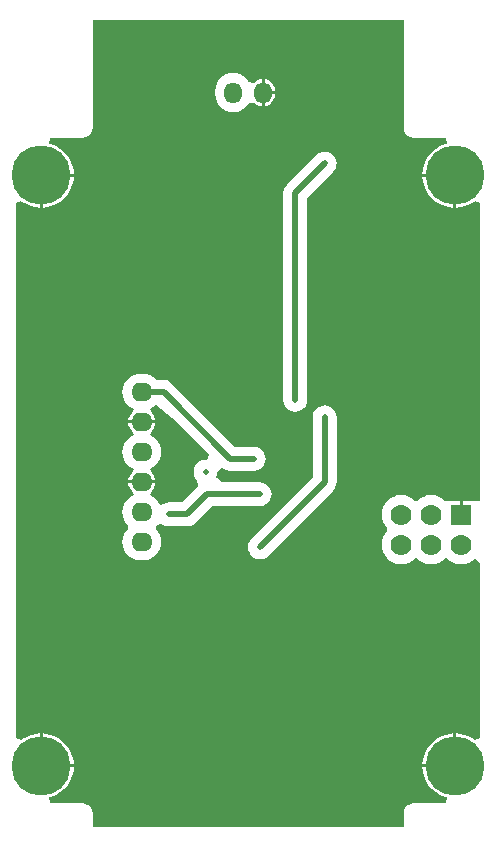
<source format=gbl>
%FSLAX25Y25*%
%MOIN*%
G70*
G01*
G75*
G04 Layer_Physical_Order=2*
G04 Layer_Color=16711680*
%ADD10R,0.20000X0.20000*%
%ADD11R,0.31200X0.31200*%
%ADD12R,0.03543X0.03150*%
%ADD13R,0.08268X0.05512*%
%ADD14R,0.02165X0.06693*%
%ADD15R,0.06693X0.02165*%
%ADD16C,0.01969*%
%ADD17O,0.07087X0.06299*%
%ADD18O,0.05906X0.07087*%
%ADD19C,0.19685*%
%ADD20C,0.07000*%
%ADD21R,0.07000X0.07000*%
%ADD22C,0.01969*%
G36*
X51842Y98425D02*
X51954Y97577D01*
X52281Y96787D01*
X52802Y96109D01*
X53480Y95588D01*
X54270Y95261D01*
X55118Y95149D01*
X66095D01*
X66326Y93194D01*
X65542Y93006D01*
X63967Y92354D01*
X62514Y91463D01*
X61218Y90356D01*
X60111Y89061D01*
X59221Y87608D01*
X58569Y86033D01*
X58171Y84376D01*
X58076Y83169D01*
X68898D01*
Y82677D01*
X69390D01*
Y71856D01*
X70597Y71951D01*
X72254Y72348D01*
X73828Y73001D01*
X75281Y73891D01*
X75645Y74202D01*
X77433Y73378D01*
Y-25949D01*
X75508D01*
Y-25949D01*
X71516D01*
Y-30433D01*
X70531D01*
Y-25949D01*
X66539D01*
Y-25949D01*
X65691Y-25949D01*
X65609Y-25848D01*
X64626Y-25042D01*
X63505Y-24443D01*
X62289Y-24074D01*
X61024Y-23949D01*
X59759Y-24074D01*
X58542Y-24443D01*
X57421Y-25042D01*
X56439Y-25848D01*
X55608D01*
X54626Y-25042D01*
X53505Y-24443D01*
X52289Y-24074D01*
X51024Y-23949D01*
X49759Y-24074D01*
X48542Y-24443D01*
X47421Y-25042D01*
X46439Y-25848D01*
X45632Y-26831D01*
X45033Y-27952D01*
X44664Y-29168D01*
X44540Y-30433D01*
X44664Y-31698D01*
X45033Y-32914D01*
X45632Y-34035D01*
X46439Y-35018D01*
Y-35848D01*
X45632Y-36831D01*
X45033Y-37952D01*
X44664Y-39168D01*
X44540Y-40433D01*
X44664Y-41698D01*
X45033Y-42914D01*
X45632Y-44035D01*
X46439Y-45018D01*
X47421Y-45824D01*
X48542Y-46424D01*
X49759Y-46793D01*
X51024Y-46917D01*
X52289Y-46793D01*
X53505Y-46424D01*
X54626Y-45824D01*
X55608Y-45018D01*
X56439D01*
X57421Y-45824D01*
X58542Y-46424D01*
X59759Y-46793D01*
X61024Y-46917D01*
X62289Y-46793D01*
X63505Y-46424D01*
X64626Y-45824D01*
X65609Y-45018D01*
X66439D01*
X67421Y-45824D01*
X68542Y-46424D01*
X69759Y-46793D01*
X71024Y-46917D01*
X72289Y-46793D01*
X73505Y-46424D01*
X74626Y-45824D01*
X75608Y-45018D01*
X77433Y-46515D01*
Y-104874D01*
X75645Y-105698D01*
X75281Y-105387D01*
X73828Y-104497D01*
X72254Y-103844D01*
X70597Y-103447D01*
X69390Y-103352D01*
Y-114173D01*
X68898D01*
Y-114665D01*
X58076D01*
X58171Y-115872D01*
X58569Y-117529D01*
X59221Y-119104D01*
X60111Y-120557D01*
X61218Y-121853D01*
X62514Y-122959D01*
X63967Y-123850D01*
X65542Y-124502D01*
X66326Y-124690D01*
X66095Y-126645D01*
X55118D01*
X54270Y-126757D01*
X53480Y-127084D01*
X52802Y-127605D01*
X52281Y-128283D01*
X51954Y-129073D01*
X51842Y-129921D01*
Y-134519D01*
X-51842D01*
Y-129921D01*
X-51954Y-129073D01*
X-52281Y-128283D01*
X-52802Y-127605D01*
X-53480Y-127084D01*
X-54270Y-126757D01*
X-55118Y-126645D01*
X-66095D01*
X-66326Y-124690D01*
X-65542Y-124502D01*
X-63967Y-123850D01*
X-62514Y-122959D01*
X-61218Y-121853D01*
X-60111Y-120557D01*
X-59221Y-119104D01*
X-58569Y-117529D01*
X-58171Y-115872D01*
X-58076Y-114665D01*
X-68898D01*
Y-114173D01*
X-69390D01*
Y-103352D01*
X-70597Y-103447D01*
X-72254Y-103844D01*
X-73828Y-104497D01*
X-75281Y-105387D01*
X-75645Y-105698D01*
X-77433Y-104874D01*
Y73378D01*
X-75645Y74202D01*
X-75281Y73891D01*
X-73828Y73001D01*
X-72254Y72348D01*
X-70597Y71951D01*
X-69390Y71856D01*
Y82677D01*
X-68898D01*
Y83169D01*
X-58076D01*
X-58171Y84376D01*
X-58569Y86033D01*
X-59221Y87608D01*
X-60111Y89061D01*
X-61218Y90356D01*
X-62514Y91463D01*
X-63967Y92354D01*
X-65542Y93006D01*
X-66326Y93194D01*
X-66095Y95149D01*
X-55118D01*
X-54270Y95261D01*
X-53480Y95588D01*
X-52802Y96109D01*
X-52281Y96787D01*
X-51954Y97577D01*
X-51842Y98425D01*
Y134519D01*
X51842D01*
Y98425D01*
D02*
G37*
%LPC*%
G36*
X-30935Y-59D02*
X-39931D01*
X-39854Y-646D01*
X-39438Y-1652D01*
X-38775Y-2515D01*
X-38775Y-2515D01*
X-38775D01*
X-38173Y-3902D01*
X-39233Y-4468D01*
X-40163Y-5231D01*
X-40925Y-6160D01*
X-41492Y-7220D01*
X-41841Y-8371D01*
X-41959Y-9567D01*
X-41841Y-10763D01*
X-41492Y-11913D01*
X-40925Y-12974D01*
X-40163Y-13903D01*
X-39233Y-14665D01*
X-38173Y-15232D01*
X-38173Y-15232D01*
X-38775Y-16619D01*
X-38775Y-16619D01*
X-38775D01*
X-39438Y-17482D01*
X-39854Y-18488D01*
X-39931Y-19075D01*
X-30935D01*
X-31012Y-18488D01*
X-31429Y-17482D01*
X-32091Y-16619D01*
X-32091Y-16619D01*
X-32091D01*
X-32693Y-15232D01*
X-32693D01*
Y-15232D01*
X-31633Y-14665D01*
X-30703Y-13903D01*
X-29941Y-12974D01*
X-29374Y-11913D01*
X-29025Y-10763D01*
X-28907Y-9567D01*
X-29025Y-8371D01*
X-29374Y-7220D01*
X-29941Y-6160D01*
X-30703Y-5231D01*
X-31633Y-4468D01*
X-32693Y-3902D01*
X-32091Y-2515D01*
X-32091Y-2515D01*
X-32091D01*
X-31429Y-1652D01*
X-31012Y-646D01*
X-30935Y-59D01*
D02*
G37*
G36*
X-35039Y16565D02*
X-35827D01*
X-37023Y16447D01*
X-38173Y16098D01*
X-39233Y15531D01*
X-40163Y14769D01*
X-40925Y13840D01*
X-41492Y12780D01*
X-41841Y11629D01*
X-41959Y10433D01*
X-41841Y9237D01*
X-41492Y8087D01*
X-40925Y7026D01*
X-40163Y6097D01*
X-39233Y5335D01*
X-38173Y4768D01*
X-38173Y4768D01*
X-38775Y3381D01*
X-38775Y3381D01*
X-38775D01*
X-39438Y2518D01*
X-39854Y1512D01*
X-39931Y925D01*
X-30935D01*
X-31012Y1512D01*
X-31429Y2518D01*
X-32091Y3381D01*
X-32091Y3381D01*
X-32091D01*
X-32693Y4768D01*
X-32693D01*
Y4768D01*
X-31633Y5335D01*
X-30703Y6097D01*
X-23599Y267D01*
X-12870Y-10462D01*
X-13741Y-12228D01*
X-14173Y-12171D01*
X-15201Y-12306D01*
X-16159Y-12703D01*
X-16981Y-13334D01*
X-17612Y-14156D01*
X-18009Y-15114D01*
X-18144Y-16142D01*
X-18009Y-17169D01*
X-17612Y-18127D01*
X-16981Y-18950D01*
X-16888Y-19021D01*
X-16759Y-20986D01*
X-22117Y-26344D01*
X-26378D01*
X-27406Y-26479D01*
X-28363Y-26876D01*
D01*
X-28363Y-26876D01*
X-29374Y-27220D01*
D01*
X-29941Y-26160D01*
X-30703Y-25231D01*
X-31633Y-24468D01*
X-32693Y-23902D01*
X-32091Y-22515D01*
X-32091Y-22515D01*
X-32091D01*
X-31429Y-21652D01*
X-31012Y-20646D01*
X-30935Y-20059D01*
X-39931D01*
X-39854Y-20646D01*
X-39438Y-21652D01*
X-38775Y-22515D01*
X-38775Y-22515D01*
X-38775D01*
X-38173Y-23902D01*
X-39233Y-24468D01*
X-40163Y-25231D01*
X-40925Y-26160D01*
X-41492Y-27220D01*
X-41841Y-28371D01*
X-41959Y-29567D01*
X-41841Y-30763D01*
X-41492Y-31914D01*
X-40925Y-32974D01*
X-40163Y-33903D01*
Y-35231D01*
X-40925Y-36160D01*
X-41492Y-37220D01*
X-41841Y-38371D01*
X-41959Y-39567D01*
X-41841Y-40763D01*
X-41492Y-41914D01*
X-40925Y-42974D01*
X-40163Y-43903D01*
X-39233Y-44665D01*
X-38173Y-45232D01*
X-37023Y-45581D01*
X-35827Y-45699D01*
X-35039D01*
X-33843Y-45581D01*
X-32693Y-45232D01*
X-31633Y-44665D01*
X-30703Y-43903D01*
X-29941Y-42974D01*
X-29374Y-41914D01*
X-29025Y-40763D01*
X-28907Y-39567D01*
X-29025Y-38371D01*
X-29374Y-37220D01*
X-29941Y-36160D01*
X-30703Y-35231D01*
Y-34184D01*
X-28938Y-33313D01*
X-28363Y-33754D01*
X-27406Y-34151D01*
X-26378Y-34286D01*
X-20472D01*
X-19445Y-34151D01*
X-18487Y-33754D01*
X-17664Y-33123D01*
X-17664Y-33123D01*
X-17664Y-33123D01*
X-12135Y-27593D01*
X3937D01*
X4965Y-27458D01*
X5923Y-27061D01*
X6745Y-26430D01*
X7376Y-25607D01*
X7773Y-24650D01*
X7908Y-23622D01*
X7773Y-22594D01*
X7376Y-21637D01*
X6745Y-20814D01*
X5923Y-20183D01*
X4965Y-19786D01*
X3937Y-19651D01*
X-8748D01*
X-10484Y-18320D01*
X-10688Y-18014D01*
X-10338Y-17169D01*
X-10202Y-16142D01*
X-10206Y-16112D01*
X-9227Y-15132D01*
X-8552Y-14743D01*
X-7891Y-15250D01*
X-6933Y-15647D01*
X-5906Y-15782D01*
X1969D01*
X2996Y-15647D01*
X3954Y-15250D01*
X4776Y-14619D01*
X5407Y-13796D01*
X5804Y-12839D01*
X5940Y-11811D01*
X5804Y-10783D01*
X5407Y-9826D01*
X4776Y-9003D01*
X3954Y-8372D01*
X2996Y-7975D01*
X1969Y-7840D01*
X-4261D01*
X-25342Y13241D01*
X-26164Y13872D01*
X-27122Y14269D01*
X-28150Y14404D01*
X-30404D01*
X-30703Y14769D01*
X-31633Y15531D01*
X-32693Y16098D01*
X-33843Y16447D01*
X-35039Y16565D01*
D02*
G37*
G36*
X25591Y5940D02*
X24563Y5804D01*
X23605Y5407D01*
X22783Y4776D01*
X22152Y3954D01*
X21755Y2996D01*
X21620Y1969D01*
Y-18040D01*
X1129Y-38531D01*
X498Y-39353D01*
X101Y-40311D01*
X-34Y-41339D01*
X101Y-42366D01*
X498Y-43324D01*
X1129Y-44146D01*
X1952Y-44778D01*
X2909Y-45174D01*
X3937Y-45310D01*
X4965Y-45174D01*
X5923Y-44778D01*
X6745Y-44146D01*
X28398Y-22493D01*
X29030Y-21670D01*
X29426Y-20713D01*
X29561Y-19685D01*
X29561Y-19685D01*
X29561Y-19685D01*
Y-19685D01*
Y1969D01*
X29426Y2996D01*
X29030Y3954D01*
X28398Y4776D01*
X27576Y5407D01*
X26618Y5804D01*
X25591Y5940D01*
D02*
G37*
G36*
X-68405Y-103352D02*
Y-113681D01*
X-58076D01*
X-58171Y-112474D01*
X-58569Y-110817D01*
X-59221Y-109243D01*
X-60111Y-107790D01*
X-61218Y-106494D01*
X-62514Y-105387D01*
X-63967Y-104497D01*
X-65542Y-103844D01*
X-67199Y-103447D01*
X-68405Y-103352D01*
D02*
G37*
G36*
X68405D02*
X67199Y-103447D01*
X65542Y-103844D01*
X63967Y-104497D01*
X62514Y-105387D01*
X61218Y-106494D01*
X60111Y-107790D01*
X59221Y-109243D01*
X58569Y-110817D01*
X58171Y-112474D01*
X58076Y-113681D01*
X68405D01*
Y-103352D01*
D02*
G37*
G36*
X25591Y90585D02*
X24563Y90450D01*
X24002Y90218D01*
X23605Y90053D01*
X22783Y89422D01*
X22783Y89422D01*
X12940Y79580D01*
X12309Y78757D01*
X11912Y77799D01*
X11777Y76772D01*
Y7874D01*
X11777Y7874D01*
X11777D01*
X11912Y6846D01*
X12309Y5889D01*
X12940Y5066D01*
X13762Y4435D01*
X14720Y4038D01*
X15748Y3903D01*
X16776Y4038D01*
X17733Y4435D01*
X18556Y5066D01*
X19187Y5889D01*
X19584Y6846D01*
X19719Y7874D01*
Y75127D01*
X28398Y83806D01*
X28398Y83806D01*
X29030Y84629D01*
X29194Y85025D01*
X29426Y85586D01*
X29561Y86614D01*
X29426Y87642D01*
X29030Y88600D01*
X28398Y89422D01*
X27576Y90053D01*
X26618Y90450D01*
X25591Y90585D01*
D02*
G37*
G36*
X-5000Y116761D02*
X-6158Y116647D01*
X-7271Y116309D01*
X-8297Y115761D01*
X-9196Y115023D01*
X-9934Y114124D01*
X-10482Y113098D01*
X-10820Y111984D01*
X-10934Y110827D01*
Y109646D01*
X-10820Y108488D01*
X-10482Y107375D01*
X-9934Y106349D01*
X-9196Y105450D01*
X-8297Y104712D01*
X-7271Y104163D01*
X-6158Y103826D01*
X-5000Y103712D01*
X-3842Y103826D01*
X-2729Y104163D01*
X-1703Y104712D01*
X-804Y105450D01*
X-66Y106349D01*
X159Y106770D01*
X1984Y106919D01*
X2174Y106862D01*
X2192Y106838D01*
X3015Y106207D01*
X3972Y105810D01*
X4508Y105739D01*
Y110236D01*
Y114733D01*
X3972Y114662D01*
X3015Y114266D01*
X2192Y113635D01*
X2174Y113611D01*
X1984Y113553D01*
X159Y113703D01*
X-66Y114124D01*
X-804Y115023D01*
X-1703Y115761D01*
X-2729Y116309D01*
X-3842Y116647D01*
X-5000Y116761D01*
D02*
G37*
G36*
X8971Y109744D02*
X5492D01*
Y105739D01*
X6028Y105810D01*
X6985Y106207D01*
X7808Y106838D01*
X8439Y107660D01*
X8836Y108618D01*
X8971Y109646D01*
Y109744D01*
D02*
G37*
G36*
X68405Y82185D02*
X58076D01*
X58171Y80978D01*
X58569Y79321D01*
X59221Y77747D01*
X60111Y76294D01*
X61218Y74998D01*
X62514Y73891D01*
X63967Y73001D01*
X65542Y72348D01*
X67199Y71951D01*
X68405Y71856D01*
Y82185D01*
D02*
G37*
G36*
X5492Y114733D02*
Y110728D01*
X8971D01*
Y110827D01*
X8836Y111855D01*
X8439Y112812D01*
X7808Y113635D01*
X6985Y114266D01*
X6028Y114662D01*
X5492Y114733D01*
D02*
G37*
G36*
X-58076Y82185D02*
X-68405D01*
Y71856D01*
X-67199Y71951D01*
X-65542Y72348D01*
X-63967Y73001D01*
X-62514Y73891D01*
X-61218Y74998D01*
X-60111Y76294D01*
X-59221Y77747D01*
X-58569Y79321D01*
X-58171Y80978D01*
X-58076Y82185D01*
D02*
G37*
%LPD*%
D16*
X-35433Y10433D02*
X-28150D01*
X-26378Y-30315D02*
X-20472D01*
X-13780Y-23622D01*
X3937D01*
X-5906Y-11811D02*
X1969D01*
X-28150Y10433D02*
X-5906Y-11811D01*
X15748Y7874D02*
Y76772D01*
X25591Y86614D01*
X3937Y-41339D02*
X25591Y-19685D01*
Y1969D01*
D17*
X-35433Y-19567D02*
D03*
Y-29567D02*
D03*
Y-9567D02*
D03*
Y433D02*
D03*
Y10433D02*
D03*
Y-39567D02*
D03*
D18*
X-5000Y110236D02*
D03*
X5000D02*
D03*
D19*
X-68898Y-114173D02*
D03*
X68898D02*
D03*
Y82677D02*
D03*
X-68898D02*
D03*
D20*
X51024Y-30433D02*
D03*
X61024D02*
D03*
X71024Y-40433D02*
D03*
X61024D02*
D03*
X51024D02*
D03*
D21*
X71024Y-30433D02*
D03*
D22*
X3937Y-23622D02*
D03*
X-14173Y-16142D02*
D03*
X-26378Y-30315D02*
D03*
X1969Y-11811D02*
D03*
X15748Y7874D02*
D03*
X25591Y86614D02*
D03*
Y1969D02*
D03*
X3937Y-41339D02*
D03*
M02*

</source>
